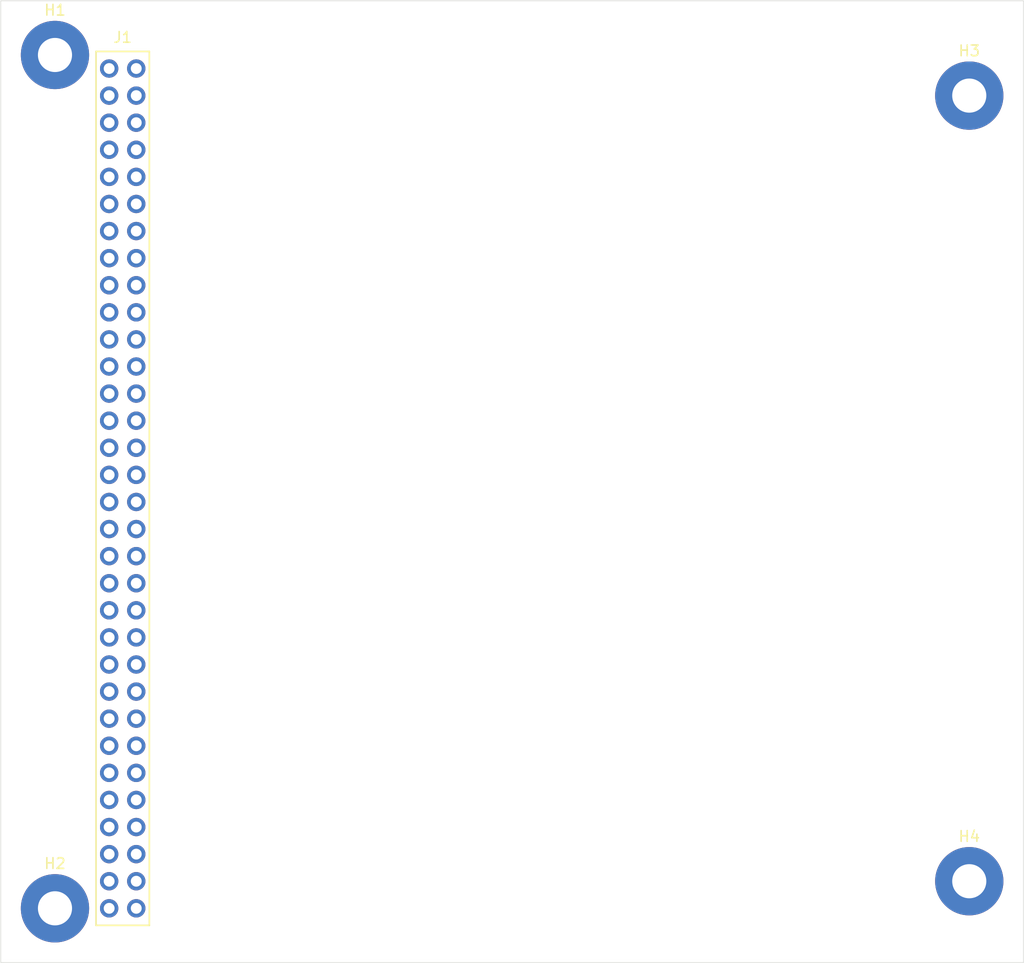
<source format=kicad_pcb>
(kicad_pcb (version 20171130) (host pcbnew 5.1.7)

  (general
    (thickness 1.6)
    (drawings 8)
    (tracks 0)
    (zones 0)
    (modules 5)
    (nets 61)
  )

  (page A4)
  (layers
    (0 F.Cu signal)
    (31 B.Cu signal)
    (32 B.Adhes user)
    (33 F.Adhes user)
    (34 B.Paste user)
    (35 F.Paste user)
    (36 B.SilkS user)
    (37 F.SilkS user)
    (38 B.Mask user)
    (39 F.Mask user)
    (40 Dwgs.User user)
    (41 Cmts.User user)
    (42 Eco1.User user)
    (43 Eco2.User user)
    (44 Edge.Cuts user)
    (45 Margin user)
    (46 B.CrtYd user)
    (47 F.CrtYd user)
    (48 B.Fab user)
    (49 F.Fab user)
  )

  (setup
    (last_trace_width 0.25)
    (user_trace_width 0.1524)
    (trace_clearance 0.2)
    (zone_clearance 0.508)
    (zone_45_only no)
    (trace_min 0.1524)
    (via_size 0.8)
    (via_drill 0.4)
    (via_min_size 0.59944)
    (via_min_drill 0.29972)
    (user_via 0.6 0.3)
    (uvia_size 0.3)
    (uvia_drill 0.1)
    (uvias_allowed no)
    (uvia_min_size 0.2)
    (uvia_min_drill 0.1)
    (edge_width 0.05)
    (segment_width 0.2)
    (pcb_text_width 0.3)
    (pcb_text_size 1.5 1.5)
    (mod_edge_width 0.12)
    (mod_text_size 1 1)
    (mod_text_width 0.15)
    (pad_size 1.524 1.524)
    (pad_drill 0.762)
    (pad_to_mask_clearance 0)
    (aux_axis_origin 0 0)
    (visible_elements FFFFFF7F)
    (pcbplotparams
      (layerselection 0x010fc_ffffffff)
      (usegerberextensions false)
      (usegerberattributes true)
      (usegerberadvancedattributes true)
      (creategerberjobfile true)
      (excludeedgelayer true)
      (linewidth 0.100000)
      (plotframeref false)
      (viasonmask false)
      (mode 1)
      (useauxorigin false)
      (hpglpennumber 1)
      (hpglpenspeed 20)
      (hpglpendiameter 15.000000)
      (psnegative false)
      (psa4output false)
      (plotreference true)
      (plotvalue true)
      (plotinvisibletext false)
      (padsonsilk false)
      (subtractmaskfromsilk false)
      (outputformat 1)
      (mirror false)
      (drillshape 1)
      (scaleselection 1)
      (outputdirectory ""))
  )

  (net 0 "")
  (net 1 "Net-(J1-Pad10A)")
  (net 2 "Net-(J1-Pad11A)")
  (net 3 GND)
  (net 4 "Net-(J1-Pad5B)")
  (net 5 "Net-(J1-Pad6B)")
  (net 6 "Net-(J1-Pad7B)")
  (net 7 "Net-(J1-Pad8B)")
  (net 8 "Net-(J1-Pad9B)")
  (net 9 "Net-(J1-Pad10B)")
  (net 10 "Net-(J1-Pad17B)")
  (net 11 "Net-(J1-Pad18B)")
  (net 12 "Net-(J1-Pad26B)")
  (net 13 "Net-(J1-Pad27B)")
  (net 14 "Net-(J1-Pad28B)")
  (net 15 "Net-(J1-Pad30B)")
  (net 16 ~IOR)
  (net 17 ~IOW)
  (net 18 ~RESET)
  (net 19 /D0)
  (net 20 /D1)
  (net 21 /D2)
  (net 22 /D3)
  (net 23 /D4)
  (net 24 /D5)
  (net 25 /D6)
  (net 26 /D7)
  (net 27 +5V)
  (net 28 CLK)
  (net 29 ~RD)
  (net 30 ~WR)
  (net 31 /A0)
  (net 32 /A1)
  (net 33 /A2)
  (net 34 /A3)
  (net 35 /A4)
  (net 36 /A5)
  (net 37 /A6)
  (net 38 /A7)
  (net 39 /A8)
  (net 40 /A9)
  (net 41 /A10)
  (net 42 /A11)
  (net 43 /A12)
  (net 44 /A13)
  (net 45 /A14)
  (net 46 /A15)
  (net 47 /A16)
  (net 48 /A17)
  (net 49 /A18)
  (net 50 /A19)
  (net 51 ~IRQ3)
  (net 52 ~IRQ4)
  (net 53 ~IRQ5)
  (net 54 ~IRQ6)
  (net 55 ~IRQ7)
  (net 56 ~CS0)
  (net 57 ~MAIN_FLASH_CS)
  (net 58 ~BUCS)
  (net 59 ~IRQ9)
  (net 60 ~IRQ1)

  (net_class Default "This is the default net class."
    (clearance 0.2)
    (trace_width 0.25)
    (via_dia 0.8)
    (via_drill 0.4)
    (uvia_dia 0.3)
    (uvia_drill 0.1)
    (add_net +5V)
    (add_net /A0)
    (add_net /A1)
    (add_net /A10)
    (add_net /A11)
    (add_net /A12)
    (add_net /A13)
    (add_net /A14)
    (add_net /A15)
    (add_net /A16)
    (add_net /A17)
    (add_net /A18)
    (add_net /A19)
    (add_net /A2)
    (add_net /A3)
    (add_net /A4)
    (add_net /A5)
    (add_net /A6)
    (add_net /A7)
    (add_net /A8)
    (add_net /A9)
    (add_net /D0)
    (add_net /D1)
    (add_net /D2)
    (add_net /D3)
    (add_net /D4)
    (add_net /D5)
    (add_net /D6)
    (add_net /D7)
    (add_net CLK)
    (add_net GND)
    (add_net "Net-(J1-Pad10A)")
    (add_net "Net-(J1-Pad10B)")
    (add_net "Net-(J1-Pad11A)")
    (add_net "Net-(J1-Pad17B)")
    (add_net "Net-(J1-Pad18B)")
    (add_net "Net-(J1-Pad26B)")
    (add_net "Net-(J1-Pad27B)")
    (add_net "Net-(J1-Pad28B)")
    (add_net "Net-(J1-Pad30B)")
    (add_net "Net-(J1-Pad5B)")
    (add_net "Net-(J1-Pad6B)")
    (add_net "Net-(J1-Pad7B)")
    (add_net "Net-(J1-Pad8B)")
    (add_net "Net-(J1-Pad9B)")
    (add_net ~BUCS)
    (add_net ~CS0)
    (add_net ~IOR)
    (add_net ~IOW)
    (add_net ~IRQ1)
    (add_net ~IRQ3)
    (add_net ~IRQ4)
    (add_net ~IRQ5)
    (add_net ~IRQ6)
    (add_net ~IRQ7)
    (add_net ~IRQ9)
    (add_net ~MAIN_FLASH_CS)
    (add_net ~RD)
    (add_net ~RESET)
    (add_net ~WR)
  )

  (module MountingHole:MountingHole_3.2mm_M3_Pad (layer F.Cu) (tedit 56D1B4CB) (tstamp 5FBBC9B8)
    (at 106.045 61.0235)
    (descr "Mounting Hole 3.2mm, M3")
    (tags "mounting hole 3.2mm m3")
    (path /5FC18886)
    (attr virtual)
    (fp_text reference H1 (at 0 -4.2) (layer F.SilkS)
      (effects (font (size 1 1) (thickness 0.15)))
    )
    (fp_text value " " (at 0 4.2) (layer F.Fab)
      (effects (font (size 1 1) (thickness 0.15)))
    )
    (fp_circle (center 0 0) (end 3.45 0) (layer F.CrtYd) (width 0.05))
    (fp_circle (center 0 0) (end 3.2 0) (layer Cmts.User) (width 0.15))
    (fp_text user %R (at 0.3 0) (layer F.Fab)
      (effects (font (size 1 1) (thickness 0.15)))
    )
    (pad 1 thru_hole circle (at 0 0) (size 6.4 6.4) (drill 3.2) (layers *.Cu *.Mask)
      (net 3 GND))
  )

  (module MountingHole:MountingHole_3.2mm_M3_Pad (layer F.Cu) (tedit 56D1B4CB) (tstamp 5FBBC092)
    (at 191.77 64.8335)
    (descr "Mounting Hole 3.2mm, M3")
    (tags "mounting hole 3.2mm m3")
    (path /5FC1B903)
    (attr virtual)
    (fp_text reference H3 (at 0 -4.2) (layer F.SilkS)
      (effects (font (size 1 1) (thickness 0.15)))
    )
    (fp_text value " " (at 0 4.2) (layer F.Fab)
      (effects (font (size 1 1) (thickness 0.15)))
    )
    (fp_circle (center 0 0) (end 3.45 0) (layer F.CrtYd) (width 0.05))
    (fp_circle (center 0 0) (end 3.2 0) (layer Cmts.User) (width 0.15))
    (fp_text user %R (at 0.3 0) (layer F.Fab)
      (effects (font (size 1 1) (thickness 0.15)))
    )
    (pad 1 thru_hole circle (at 0 0) (size 6.4 6.4) (drill 3.2) (layers *.Cu *.Mask)
      (net 3 GND))
  )

  (module MountingHole:MountingHole_3.2mm_M3_Pad (layer F.Cu) (tedit 56D1B4CB) (tstamp 5FBBC09A)
    (at 191.77 138.4935)
    (descr "Mounting Hole 3.2mm, M3")
    (tags "mounting hole 3.2mm m3")
    (path /5FC1BC2C)
    (attr virtual)
    (fp_text reference H4 (at 0 -4.2) (layer F.SilkS)
      (effects (font (size 1 1) (thickness 0.15)))
    )
    (fp_text value " " (at 0 4.2) (layer F.Fab)
      (effects (font (size 1 1) (thickness 0.15)))
    )
    (fp_circle (center 0 0) (end 3.45 0) (layer F.CrtYd) (width 0.05))
    (fp_circle (center 0 0) (end 3.2 0) (layer Cmts.User) (width 0.15))
    (fp_text user %R (at 0.3 0) (layer F.Fab)
      (effects (font (size 1 1) (thickness 0.15)))
    )
    (pad 1 thru_hole circle (at 0 0) (size 6.4 6.4) (drill 3.2) (layers *.Cu *.Mask)
      (net 3 GND))
  )

  (module MountingHole:MountingHole_3.2mm_M3_Pad (layer F.Cu) (tedit 56D1B4CB) (tstamp 5FBBC28D)
    (at 106.045 141.0335)
    (descr "Mounting Hole 3.2mm, M3")
    (tags "mounting hole 3.2mm m3")
    (path /5FC1B4C3)
    (attr virtual)
    (fp_text reference H2 (at 0 -4.2) (layer F.SilkS)
      (effects (font (size 1 1) (thickness 0.15)))
    )
    (fp_text value " " (at 0 4.2) (layer F.Fab)
      (effects (font (size 1 1) (thickness 0.15)))
    )
    (fp_circle (center 0 0) (end 3.45 0) (layer F.CrtYd) (width 0.05))
    (fp_circle (center 0 0) (end 3.2 0) (layer Cmts.User) (width 0.15))
    (fp_text user %R (at 0.3 0) (layer F.Fab)
      (effects (font (size 1 1) (thickness 0.15)))
    )
    (pad 1 thru_hole circle (at 0 0) (size 6.4 6.4) (drill 3.2) (layers *.Cu *.Mask)
      (net 3 GND))
  )

  (module SFUSat:PC104-8bit (layer F.Cu) (tedit 5B1E1BCD) (tstamp 5FBBC8B8)
    (at 112.395 101.6635 180)
    (path /5FC0A23E)
    (fp_text reference J1 (at 0 42.291) (layer F.SilkS)
      (effects (font (size 1 1) (thickness 0.15)))
    )
    (fp_text value PC104-8BIT (at 4.055 -30.0665 90) (layer F.Fab)
      (effects (font (size 1 1) (thickness 0.15)))
    )
    (fp_line (start -3 41.5) (end -3 -41.5) (layer F.CrtYd) (width 0.05))
    (fp_line (start 3 41.5) (end -3 41.5) (layer F.CrtYd) (width 0.05))
    (fp_line (start 3 -41.5) (end 3 41.5) (layer F.CrtYd) (width 0.05))
    (fp_line (start -3 -41.5) (end 3 -41.5) (layer F.CrtYd) (width 0.05))
    (fp_line (start 2.5 40.97) (end 2.5 -40.97) (layer F.Fab) (width 0.15))
    (fp_line (start -2.5 40.97) (end 2.5 40.97) (layer F.Fab) (width 0.15))
    (fp_line (start -2.5 -40.97) (end -2.5 40.97) (layer F.Fab) (width 0.15))
    (fp_line (start 2.5 -40.97) (end -2.5 -40.97) (layer F.Fab) (width 0.15))
    (fp_line (start -2.5 40.97) (end 2.5 40.97) (layer F.SilkS) (width 0.15))
    (fp_line (start -2.5 -40.97) (end -2.5 40.97) (layer F.SilkS) (width 0.15))
    (fp_line (start 2.5 -40.97) (end 2.5 40.97) (layer F.SilkS) (width 0.15))
    (fp_line (start -2.5 -40.97) (end 2.5 -40.97) (layer F.SilkS) (width 0.15))
    (fp_text user %R (at 0 42.291) (layer F.Fab)
      (effects (font (size 1 1) (thickness 0.15)))
    )
    (pad 32B thru_hole circle (at -1.27 -39.37 180) (size 1.72 1.72) (drill 1.02) (layers *.Cu *.Mask)
      (net 3 GND))
    (pad 31B thru_hole circle (at -1.27 -36.83 180) (size 1.72 1.72) (drill 1.02) (layers *.Cu *.Mask)
      (net 3 GND))
    (pad 30B thru_hole circle (at -1.27 -34.29 180) (size 1.72 1.72) (drill 1.02) (layers *.Cu *.Mask)
      (net 15 "Net-(J1-Pad30B)"))
    (pad 29B thru_hole circle (at -1.27 -31.75 180) (size 1.72 1.72) (drill 1.02) (layers *.Cu *.Mask)
      (net 27 +5V))
    (pad 28B thru_hole circle (at -1.27 -29.21 180) (size 1.72 1.72) (drill 1.02) (layers *.Cu *.Mask)
      (net 14 "Net-(J1-Pad28B)"))
    (pad 27B thru_hole circle (at -1.27 -26.67 180) (size 1.72 1.72) (drill 1.02) (layers *.Cu *.Mask)
      (net 13 "Net-(J1-Pad27B)"))
    (pad 26B thru_hole circle (at -1.27 -24.13 180) (size 1.72 1.72) (drill 1.02) (layers *.Cu *.Mask)
      (net 12 "Net-(J1-Pad26B)"))
    (pad 25B thru_hole circle (at -1.27 -21.59 180) (size 1.72 1.72) (drill 1.02) (layers *.Cu *.Mask)
      (net 51 ~IRQ3))
    (pad 24B thru_hole circle (at -1.27 -19.05 180) (size 1.72 1.72) (drill 1.02) (layers *.Cu *.Mask)
      (net 52 ~IRQ4))
    (pad 23B thru_hole circle (at -1.27 -16.51 180) (size 1.72 1.72) (drill 1.02) (layers *.Cu *.Mask)
      (net 53 ~IRQ5))
    (pad 22B thru_hole circle (at -1.27 -13.97 180) (size 1.72 1.72) (drill 1.02) (layers *.Cu *.Mask)
      (net 54 ~IRQ6))
    (pad 21B thru_hole circle (at -1.27 -11.43 180) (size 1.72 1.72) (drill 1.02) (layers *.Cu *.Mask)
      (net 55 ~IRQ7))
    (pad 20B thru_hole circle (at -1.27 -8.89 180) (size 1.72 1.72) (drill 1.02) (layers *.Cu *.Mask)
      (net 28 CLK))
    (pad 19B thru_hole circle (at -1.27 -6.35 180) (size 1.72 1.72) (drill 1.02) (layers *.Cu *.Mask)
      (net 56 ~CS0))
    (pad 18B thru_hole circle (at -1.27 -3.81 180) (size 1.72 1.72) (drill 1.02) (layers *.Cu *.Mask)
      (net 11 "Net-(J1-Pad18B)"))
    (pad 17B thru_hole circle (at -1.27 -1.27 180) (size 1.72 1.72) (drill 1.02) (layers *.Cu *.Mask)
      (net 10 "Net-(J1-Pad17B)"))
    (pad 16B thru_hole circle (at -1.27 1.27 180) (size 1.72 1.72) (drill 1.02) (layers *.Cu *.Mask)
      (net 57 ~MAIN_FLASH_CS))
    (pad 15B thru_hole circle (at -1.27 3.81 180) (size 1.72 1.72) (drill 1.02) (layers *.Cu *.Mask)
      (net 58 ~BUCS))
    (pad 14B thru_hole circle (at -1.27 6.35 180) (size 1.72 1.72) (drill 1.02) (layers *.Cu *.Mask)
      (net 16 ~IOR))
    (pad 13B thru_hole circle (at -1.27 8.89 180) (size 1.72 1.72) (drill 1.02) (layers *.Cu *.Mask)
      (net 17 ~IOW))
    (pad 12B thru_hole circle (at -1.27 11.43 180) (size 1.72 1.72) (drill 1.02) (layers *.Cu *.Mask)
      (net 29 ~RD))
    (pad 11B thru_hole circle (at -1.27 13.97 180) (size 1.72 1.72) (drill 1.02) (layers *.Cu *.Mask)
      (net 30 ~WR))
    (pad 10B thru_hole circle (at -1.27 16.51 180) (size 1.72 1.72) (drill 1.02) (layers *.Cu *.Mask)
      (net 9 "Net-(J1-Pad10B)"))
    (pad 9B thru_hole circle (at -1.27 19.05 180) (size 1.72 1.72) (drill 1.02) (layers *.Cu *.Mask)
      (net 8 "Net-(J1-Pad9B)"))
    (pad 8B thru_hole circle (at -1.27 21.59 180) (size 1.72 1.72) (drill 1.02) (layers *.Cu *.Mask)
      (net 7 "Net-(J1-Pad8B)"))
    (pad 7B thru_hole circle (at -1.27 24.13 180) (size 1.72 1.72) (drill 1.02) (layers *.Cu *.Mask)
      (net 6 "Net-(J1-Pad7B)"))
    (pad 6B thru_hole circle (at -1.27 26.67 180) (size 1.72 1.72) (drill 1.02) (layers *.Cu *.Mask)
      (net 5 "Net-(J1-Pad6B)"))
    (pad 5B thru_hole circle (at -1.27 29.21 180) (size 1.72 1.72) (drill 1.02) (layers *.Cu *.Mask)
      (net 4 "Net-(J1-Pad5B)"))
    (pad 4B thru_hole circle (at -1.27 31.75 180) (size 1.72 1.72) (drill 1.02) (layers *.Cu *.Mask)
      (net 59 ~IRQ9))
    (pad 3B thru_hole circle (at -1.27 34.29 180) (size 1.72 1.72) (drill 1.02) (layers *.Cu *.Mask)
      (net 27 +5V))
    (pad 2B thru_hole circle (at -1.27 36.83 180) (size 1.72 1.72) (drill 1.02) (layers *.Cu *.Mask)
      (net 18 ~RESET))
    (pad 1B thru_hole circle (at -1.27 39.37 180) (size 1.72 1.72) (drill 1.02) (layers *.Cu *.Mask)
      (net 3 GND))
    (pad 32A thru_hole circle (at 1.27 -39.37 180) (size 1.72 1.72) (drill 1.02) (layers *.Cu *.Mask)
      (net 3 GND))
    (pad 31A thru_hole circle (at 1.27 -36.83 180) (size 1.72 1.72) (drill 1.02) (layers *.Cu *.Mask)
      (net 31 /A0))
    (pad 30A thru_hole circle (at 1.27 -34.29 180) (size 1.72 1.72) (drill 1.02) (layers *.Cu *.Mask)
      (net 32 /A1))
    (pad 29A thru_hole circle (at 1.27 -31.75 180) (size 1.72 1.72) (drill 1.02) (layers *.Cu *.Mask)
      (net 33 /A2))
    (pad 28A thru_hole circle (at 1.27 -29.21 180) (size 1.72 1.72) (drill 1.02) (layers *.Cu *.Mask)
      (net 34 /A3))
    (pad 27A thru_hole circle (at 1.27 -26.67 180) (size 1.72 1.72) (drill 1.02) (layers *.Cu *.Mask)
      (net 35 /A4))
    (pad 26A thru_hole circle (at 1.27 -24.13 180) (size 1.72 1.72) (drill 1.02) (layers *.Cu *.Mask)
      (net 36 /A5))
    (pad 25A thru_hole circle (at 1.27 -21.59 180) (size 1.72 1.72) (drill 1.02) (layers *.Cu *.Mask)
      (net 37 /A6))
    (pad 24A thru_hole circle (at 1.27 -19.05 180) (size 1.72 1.72) (drill 1.02) (layers *.Cu *.Mask)
      (net 38 /A7))
    (pad 23A thru_hole circle (at 1.27 -16.51 180) (size 1.72 1.72) (drill 1.02) (layers *.Cu *.Mask)
      (net 39 /A8))
    (pad 22A thru_hole circle (at 1.27 -13.97 180) (size 1.72 1.72) (drill 1.02) (layers *.Cu *.Mask)
      (net 40 /A9))
    (pad 21A thru_hole circle (at 1.27 -11.43 180) (size 1.72 1.72) (drill 1.02) (layers *.Cu *.Mask)
      (net 41 /A10))
    (pad 20A thru_hole circle (at 1.27 -8.89 180) (size 1.72 1.72) (drill 1.02) (layers *.Cu *.Mask)
      (net 42 /A11))
    (pad 19A thru_hole circle (at 1.27 -6.35 180) (size 1.72 1.72) (drill 1.02) (layers *.Cu *.Mask)
      (net 43 /A12))
    (pad 18A thru_hole circle (at 1.27 -3.81 180) (size 1.72 1.72) (drill 1.02) (layers *.Cu *.Mask)
      (net 44 /A13))
    (pad 17A thru_hole circle (at 1.27 -1.27 180) (size 1.72 1.72) (drill 1.02) (layers *.Cu *.Mask)
      (net 45 /A14))
    (pad 16A thru_hole circle (at 1.27 1.27 180) (size 1.72 1.72) (drill 1.02) (layers *.Cu *.Mask)
      (net 46 /A15))
    (pad 15A thru_hole circle (at 1.27 3.81 180) (size 1.72 1.72) (drill 1.02) (layers *.Cu *.Mask)
      (net 47 /A16))
    (pad 14A thru_hole circle (at 1.27 6.35 180) (size 1.72 1.72) (drill 1.02) (layers *.Cu *.Mask)
      (net 48 /A17))
    (pad 13A thru_hole circle (at 1.27 8.89 180) (size 1.72 1.72) (drill 1.02) (layers *.Cu *.Mask)
      (net 49 /A18))
    (pad 12A thru_hole circle (at 1.27 11.43 180) (size 1.72 1.72) (drill 1.02) (layers *.Cu *.Mask)
      (net 50 /A19))
    (pad 11A thru_hole circle (at 1.27 13.97 180) (size 1.72 1.72) (drill 1.02) (layers *.Cu *.Mask)
      (net 2 "Net-(J1-Pad11A)"))
    (pad 10A thru_hole circle (at 1.27 16.51 180) (size 1.72 1.72) (drill 1.02) (layers *.Cu *.Mask)
      (net 1 "Net-(J1-Pad10A)"))
    (pad 9A thru_hole circle (at 1.27 19.05 180) (size 1.72 1.72) (drill 1.02) (layers *.Cu *.Mask)
      (net 19 /D0))
    (pad 8A thru_hole circle (at 1.27 21.59 180) (size 1.72 1.72) (drill 1.02) (layers *.Cu *.Mask)
      (net 20 /D1))
    (pad 7A thru_hole circle (at 1.27 24.13 180) (size 1.72 1.72) (drill 1.02) (layers *.Cu *.Mask)
      (net 21 /D2))
    (pad 6A thru_hole circle (at 1.27 26.67 180) (size 1.72 1.72) (drill 1.02) (layers *.Cu *.Mask)
      (net 22 /D3))
    (pad 5A thru_hole circle (at 1.27 29.21 180) (size 1.72 1.72) (drill 1.02) (layers *.Cu *.Mask)
      (net 23 /D4))
    (pad 4A thru_hole circle (at 1.27 31.75 180) (size 1.72 1.72) (drill 1.02) (layers *.Cu *.Mask)
      (net 24 /D5))
    (pad 3A thru_hole circle (at 1.27 34.29 180) (size 1.72 1.72) (drill 1.02) (layers *.Cu *.Mask)
      (net 25 /D6))
    (pad 2A thru_hole circle (at 1.27 36.83 180) (size 1.72 1.72) (drill 1.02) (layers *.Cu *.Mask)
      (net 26 /D7))
    (pad 1A thru_hole circle (at 1.27 39.37 180) (size 1.72 1.72) (drill 1.02) (layers *.Cu *.Mask)
      (net 60 ~IRQ1))
  )

  (gr_line (start 100.965 146.1135) (end 100.965 55.9435) (layer Edge.Cuts) (width 0.05) (tstamp 5FC16046))
  (gr_line (start 196.85 146.1135) (end 100.965 146.1135) (layer Edge.Cuts) (width 0.05))
  (gr_line (start 196.85 55.9435) (end 196.85 146.1135) (layer Edge.Cuts) (width 0.05))
  (gr_line (start 100.965 55.9435) (end 196.85 55.9435) (layer Edge.Cuts) (width 0.05))
  (gr_line (start 100.965 146.1135) (end 100.965 55.9435) (layer Dwgs.User) (width 0.15) (tstamp 5FBBC692))
  (gr_line (start 196.85 146.1135) (end 100.965 146.1135) (layer Dwgs.User) (width 0.15))
  (gr_line (start 196.85 55.9435) (end 196.85 146.1135) (layer Dwgs.User) (width 0.15))
  (gr_line (start 100.965 55.9435) (end 196.85 55.9435) (layer Dwgs.User) (width 0.15))

)

</source>
